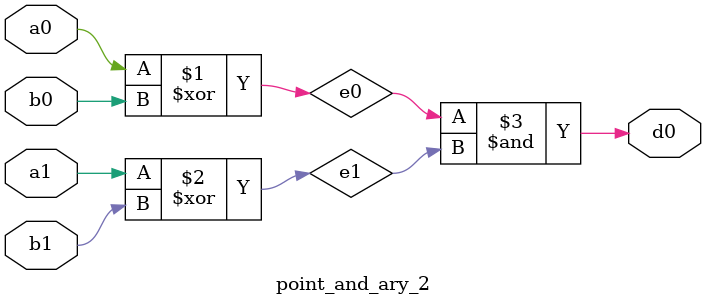
<source format=v>
module point_and_ary_2( a0, a1, b0, b1, d0 );
  input a0, a1;
  input b0, b1;
  output d0;
  wire e0, e1;
  assign e0 = a0 ^ b0 ;
  assign e1 = a1 ^ b1 ;
  assign d0 = e0 & e1 ;
endmodule

</source>
